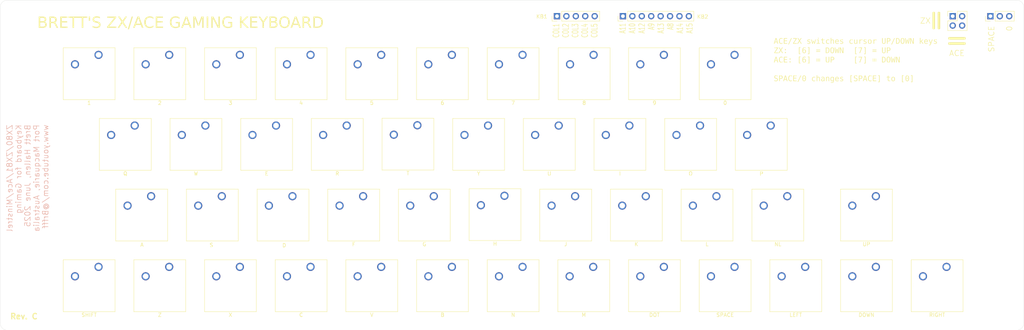
<source format=kicad_pcb>
(kicad_pcb (version 20241229) (generator "pcbnew") (generator_version "9.0")
  (title_block (title "ZX80 Gaming Keyboard") (date "28-Jun-2025") (rev "C") (company "Brett Hallen") (comment 1 "www.youtube.com/@Brfff"))
  (layers (0 "F.Cu" signal) (2 "B.Cu" signal) (13 "F.Paste" user) (15 "B.Paste" user) (5 "F.SilkS" user "F.Silkscreen") (7 "B.SilkS" user "B.Silkscreen") (1 "F.Mask" user) (3 "B.Mask" user) (25 "Edge.Cuts" user))
  (net 0 "")
  (net 1 "COL1")
  (net 2 "COL5")
  (net 3 "COL2")
  (net 4 "COL3")
  (net 5 "COL4")
  (net 6 "A9")
  (net 7 "A15")
  (net 8 "A11")
  (net 9 "A12")
  (net 10 "A13")
  (net 11 "A10")
  (net 12 "A8")
  (net 13 "A14")
  (net 14 "Net-(J3-Pin_2)")
  (net 15 "CUR_UP")
  (net 16 "CUR_DOWN")
  (footprint "Button_Switch_Keyboard:SW_Cherry_MX_1.00u_PCB" (layer "F.Cu") (at 217.2186 172.1856)
    (property "Reference" "SW37" (hide yes))
    (property "Value" "N" (at -2.54 12.954 0) (layer "F.SilkS"))
    (pad "" np_thru_hole circle (at -7.62 5.08) (size 1.7 1.7) (drill 1.7) (layers "*.Cu" "*.Mask"))
    (pad "" np_thru_hole circle (at -2.54 5.08) (size 4 4) (drill 4) (layers "*.Cu" "*.Mask"))
    (pad "" np_thru_hole circle (at 2.54 5.08) (size 1.7 1.7) (drill 1.7) (layers "*.Cu" "*.Mask"))
    (pad "1" thru_hole circle (at 0 0) (size 2.2 2.2) (drill 1.5) (layers "*.Cu" "*.Mask") (net 3 "COL2"))
    (pad "2" thru_hole circle (at -6.35 2.54) (size 2.2 2.2) (drill 1.5) (layers "*.Cu" "*.Mask") (net 7 "A15"))
  )
  (footprint "Button_Switch_Keyboard:SW_Cherry_MX_1.00u_PCB" (layer "F.Cu") (at 246.0186 134.0856)
    (property "Reference" "SW18" (hide yes))
    (property "Value" "I" (at -2.54 12.954 0) (layer "F.SilkS"))
    (pad "" np_thru_hole circle (at -7.62 5.08) (size 1.7 1.7) (drill 1.7) (layers "*.Cu" "*.Mask"))
    (pad "" np_thru_hole circle (at -2.54 5.08) (size 4 4) (drill 4) (layers "*.Cu" "*.Mask"))
    (pad "" np_thru_hole circle (at 2.54 5.08) (size 1.7 1.7) (drill 1.7) (layers "*.Cu" "*.Mask"))
    (pad "1" thru_hole circle (at 0 0) (size 2.2 2.2) (drill 1.5) (layers "*.Cu" "*.Mask") (net 4 "COL3"))
    (pad "2" thru_hole circle (at -6.35 2.54) (size 2.2 2.2) (drill 1.5) (layers "*.Cu" "*.Mask") (net 10 "A13"))
  )
  (footprint "Button_Switch_Keyboard:SW_Cherry_MX_1.00u_PCB" (layer "F.Cu") (at 117.0936 153.1356)
    (property "Reference" "SW21" (hide yes))
    (property "Value" "A" (at -2.468662 13.093656 0) (layer "F.SilkS"))
    (pad "" np_thru_hole circle (at -7.62 5.08) (size 1.7 1.7) (drill 1.7) (layers "*.Cu" "*.Mask"))
    (pad "" np_thru_hole circle (at -2.54 5.08) (size 4 4) (drill 4) (layers "*.Cu" "*.Mask"))
    (pad "" np_thru_hole circle (at 2.54 5.08) (size 1.7 1.7) (drill 1.7) (layers "*.Cu" "*.Mask"))
    (pad "1" thru_hole circle (at 0 0) (size 2.2 2.2) (drill 1.5) (layers "*.Cu" "*.Mask") (net 2 "COL5"))
    (pad "2" thru_hole circle (at -6.35 2.54) (size 2.2 2.2) (drill 1.5) (layers "*.Cu" "*.Mask") (net 6 "A9"))
  )
  (footprint "Button_Switch_Keyboard:SW_Cherry_MX_1.00u_PCB" (layer "F.Cu") (at 236.3738 115.0356)
    (property "Reference" "SW8" (hide yes))
    (property "Value" "8" (at -2.54 12.954 0) (layer "F.SilkS"))
    (pad "" np_thru_hole circle (at -7.62 5.08) (size 1.7 1.7) (drill 1.7) (layers "*.Cu" "*.Mask"))
    (pad "" np_thru_hole circle (at -2.54 5.08) (size 4 4) (drill 4) (layers "*.Cu" "*.Mask"))
    (pad "" np_thru_hole circle (at 2.54 5.08) (size 1.7 1.7) (drill 1.7) (layers "*.Cu" "*.Mask"))
    (pad "1" thru_hole circle (at 0 0) (size 2.2 2.2) (drill 1.5) (layers "*.Cu" "*.Mask") (net 4 "COL3"))
    (pad "2" thru_hole circle (at -6.35 2.54) (size 2.2 2.2) (drill 1.5) (layers "*.Cu" "*.Mask") (net 9 "A12"))
  )
  (footprint "Connector_PinHeader_2.54mm:PinHeader_1x03_P2.54mm_Vertical" (layer "F.Cu") (at 343.3436 104.5956 90)
    (property "Reference" "J3" (hide yes))
    (property "Value" "SPACE_ZERO" (hide yes))
    (pad "1" thru_hole rect (at 0 0 90) (size 1.7 1.7) (drill 1) (layers "*.Cu" "*.Mask") (net 9 "A12"))
    (pad "2" thru_hole oval (at 0 2.54 90) (size 1.7 1.7) (drill 1) (layers "*.Cu" "*.Mask") (net 14 "Net-(J3-Pin_2)"))
    (pad "3" thru_hole oval (at 0 5.08 90) (size 1.7 1.7) (drill 1) (layers "*.Cu" "*.Mask") (net 7 "A15"))
  )
  (footprint "Button_Switch_Keyboard:SW_Cherry_MX_1.00u_PCB" (layer "F.Cu") (at 121.9686 172.1856)
    (property "Reference" "SW32" (hide yes))
    (property "Value" "Z" (at -2.54 12.954 0) (layer "F.SilkS"))
    (pad "" np_thru_hole circle (at -7.62 5.08) (size 1.7 1.7) (drill 1.7) (layers "*.Cu" "*.Mask"))
    (pad "" np_thru_hole circle (at -2.54 5.08) (size 4 4) (drill 4) (layers "*.Cu" "*.Mask"))
    (pad "" np_thru_hole circle (at 2.54 5.08) (size 1.7 1.7) (drill 1.7) (layers "*.Cu" "*.Mask"))
    (pad "1" thru_hole circle (at 0 0) (size 2.2 2.2) (drill 1.5) (layers "*.Cu" "*.Mask") (net 5 "COL4"))
    (pad "2" thru_hole circle (at -6.35 2.54) (size 2.2 2.2) (drill 1.5) (layers "*.Cu" "*.Mask") (net 12 "A8"))
  )
  (footprint "Button_Switch_Keyboard:SW_Cherry_MX_1.00u_PCB" (layer "F.Cu") (at 160.0686 115.0356)
    (property "Reference" "SW4" (hide yes))
    (property "Value" "4" (at -2.54 12.954 0) (layer "F.SilkS"))
    (pad "" np_thru_hole circle (at -7.62 5.08) (size 1.7 1.7) (drill 1.7) (layers "*.Cu" "*.Mask"))
    (pad "" np_thru_hole circle (at -2.54 5.08) (size 4 4) (drill 4) (layers "*.Cu" "*.Mask"))
    (pad "" np_thru_hole circle (at 2.54 5.08) (size 1.7 1.7) (drill 1.7) (layers "*.Cu" "*.Mask"))
    (pad "1" thru_hole circle (at 0 0) (size 2.2 2.2) (drill 1.5) (layers "*.Cu" "*.Mask") (net 3 "COL2"))
    (pad "2" thru_hole circle (at -6.35 2.54) (size 2.2 2.2) (drill 1.5) (layers "*.Cu" "*.Mask") (net 8 "A11"))
  )
  (footprint "Button_Switch_Keyboard:SW_Cherry_MX_1.00u_PCB" (layer "F.Cu") (at 207.9186 134.0856)
    (property "Reference" "SW16" (hide yes))
    (property "Value" "Y" (at -2.54 12.954 0) (layer "F.SilkS"))
    (pad "" np_thru_hole circle (at -7.62 5.08) (size 1.7 1.7) (drill 1.7) (layers "*.Cu" "*.Mask"))
    (pad "" np_thru_hole circle (at -2.54 5.08) (size 4 4) (drill 4) (layers "*.Cu" "*.Mask"))
    (pad "" np_thru_hole circle (at 2.54 5.08) (size 1.7 1.7) (drill 1.7) (layers "*.Cu" "*.Mask"))
    (pad "1" thru_hole circle (at 0 0) (size 2.2 2.2) (drill 1.5) (layers "*.Cu" "*.Mask") (net 1 "COL1"))
    (pad "2" thru_hole circle (at -6.35 2.54) (size 2.2 2.2) (drill 1.5) (layers "*.Cu" "*.Mask") (net 10 "A13"))
  )
  (footprint "Button_Switch_Keyboard:SW_Cherry_MX_1.00u_PCB" (layer "F.Cu") (at 265.0686 134.0856)
    (property "Reference" "SW19" (hide yes))
    (property "Value" "O" (at -2.54 12.954 0) (layer "F.SilkS"))
    (pad "" np_thru_hole circle (at -7.62 5.08) (size 1.7 1.7) (drill 1.7) (layers "*.Cu" "*.Mask"))
    (pad "" np_thru_hole circle (at -2.54 5.08) (size 4 4) (drill 4) (layers "*.Cu" "*.Mask"))
    (pad "" np_thru_hole circle (at 2.54 5.08) (size 1.7 1.7) (drill 1.7) (layers "*.Cu" "*.Mask"))
    (pad "1" thru_hole circle (at 0 0) (size 2.2 2.2) (drill 1.5) (layers "*.Cu" "*.Mask") (net 5 "COL4"))
    (pad "2" thru_hole circle (at -6.35 2.54) (size 2.2 2.2) (drill 1.5) (layers "*.Cu" "*.Mask") (net 10 "A13"))
  )
  (footprint "Button_Switch_Keyboard:SW_Cherry_MX_1.00u_PCB" (layer "F.Cu") (at 141.0186 115.0356)
    (property "Reference" "SW3" (hide yes))
    (property "Value" "3" (at -2.54 12.954 0) (layer "F.SilkS"))
    (pad "" np_thru_hole circle (at -7.62 5.08) (size 1.7 1.7) (drill 1.7) (layers "*.Cu" "*.Mask"))
    (pad "" np_thru_hole circle (at -2.54 5.08) (size 4 4) (drill 4) (layers "*.Cu" "*.Mask"))
    (pad "" np_thru_hole circle (at 2.54 5.08) (size 1.7 1.7) (drill 1.7) (layers "*.Cu" "*.Mask"))
    (pad "1" thru_hole circle (at 0 0) (size 2.2 2.2) (drill 1.5) (layers "*.Cu" "*.Mask") (net 4 "COL3"))
    (pad "2" thru_hole circle (at -6.35 2.54) (size 2.2 2.2) (drill 1.5) (layers "*.Cu" "*.Mask") (net 8 "A11"))
  )
  (footprint "Button_Switch_Keyboard:SW_Cherry_MX_1.00u_PCB" (layer "F.Cu") (at 121.9686 115.0356)
    (property "Reference" "SW2" (hide yes))
    (property "Value" "2" (at -2.54 12.954 0) (layer "F.SilkS"))
    (pad "" np_thru_hole circle (at -7.62 5.08) (size 1.7 1.7) (drill 1.7) (layers "*.Cu" "*.Mask"))
    (pad "" np_thru_hole circle (at -2.54 5.08) (size 4 4) (drill 4) (layers "*.Cu" "*.Mask"))
    (pad "" np_thru_hole circle (at 2.54 5.08) (size 1.7 1.7) (drill 1.7) (layers "*.Cu" "*.Mask"))
    (pad "1" thru_hole circle (at 0 0) (size 2.2 2.2) (drill 1.5) (layers "*.Cu" "*.Mask") (net 5 "COL4"))
    (pad "2" thru_hole circle (at -6.35 2.54) (size 2.2 2.2) (drill 1.5) (layers "*.Cu" "*.Mask") (net 8 "A11"))
  )
  (footprint "Connector_PinHeader_2.54mm:PinHeader_1x08_P2.54mm_Vertical" (layer "F.Cu") (at 244.2836 104.5956 90)
    (property "Reference" "J2" (hide yes))
    (property "Value" "KB2" (at -0.149981 21.479994 0) (layer "F.SilkS"))
    (pad "1" thru_hole rect (at 0 0 90) (size 1.7 1.7) (drill 1) (layers "*.Cu" "*.Mask") (net 8 "A11"))
    (pad "2" thru_hole oval (at 0 2.54 90) (size 1.7 1.7) (drill 1) (layers "*.Cu" "*.Mask") (net 11 "A10"))
    (pad "3" thru_hole oval (at 0 5.08 90) (size 1.7 1.7) (drill 1) (layers "*.Cu" "*.Mask") (net 9 "A12"))
    (pad "4" thru_hole oval (at 0 7.62 90) (size 1.7 1.7) (drill 1) (layers "*.Cu" "*.Mask") (net 6 "A9"))
    (pad "5" thru_hole oval (at 0 10.16 90) (size 1.7 1.7) (drill 1) (layers "*.Cu" "*.Mask") (net 10 "A13"))
    (pad "6" thru_hole oval (at 0 12.7 90) (size 1.7 1.7) (drill 1) (layers "*.Cu" "*.Mask") (net 12 "A8"))
    (pad "7" thru_hole oval (at 0 15.24 90) (size 1.7 1.7) (drill 1) (layers "*.Cu" "*.Mask") (net 13 "A14"))
    (pad "8" thru_hole oval (at 0 17.78 90) (size 1.7 1.7) (drill 1) (layers "*.Cu" "*.Mask") (net 7 "A15"))
  )
  (footprint "Button_Switch_Keyboard:SW_Cherry_MX_1.00u_PCB" (layer "F.Cu") (at 331.5186 172.1856)
    (property "Reference" "SW44" (hide yes))
    (property "Value" "RIGHT" (at -2.54 12.954 0) (layer "F.SilkS"))
    (pad "" np_thru_hole circle (at -7.62 5.08) (size 1.7 1.7) (drill 1.7) (layers "*.Cu" "*.Mask"))
    (pad "" np_thru_hole circle (at -2.54 5.08) (size 4 4) (drill 4) (layers "*.Cu" "*.Mask"))
    (pad "" np_thru_hole circle (at 2.54 5.08) (size 1.7 1.7) (drill 1.7) (layers "*.Cu" "*.Mask"))
    (pad "1" thru_hole circle (at 0 0) (size 2.2 2.2) (drill 1.5) (layers "*.Cu" "*.Mask") (net 4 "COL3"))
    (pad "2" thru_hole circle (at -6.35 2.54) (size 2.2 2.2) (drill 1.5) (layers "*.Cu" "*.Mask") (net 9 "A12"))
  )
  (footprint "Button_Switch_Keyboard:SW_Cherry_MX_1.00u_PCB" (layer "F.Cu") (at 179.1186 172.1856)
    (property "Reference" "SW35" (hide yes))
    (property "Value" "V" (at -2.54 12.954 0) (layer "F.SilkS"))
    (pad "" np_thru_hole circle (at -7.62 5.08) (size 1.7 1.7) (drill 1.7) (layers "*.Cu" "*.Mask"))
    (pad "" np_thru_hole circle (at -2.54 5.08) (size 4 4) (drill 4) (layers "*.Cu" "*.Mask"))
    (pad "" np_thru_hole circle (at 2.54 5.08) (size 1.7 1.7) (drill 1.7) (layers "*.Cu" "*.Mask"))
    (pad "1" thru_hole circle (at 0 0) (size 2.2 2.2) (drill 1.5) (layers "*.Cu" "*.Mask") (net 1 "COL1"))
    (pad "2" thru_hole circle (at -6.35 2.54) (size 2.2 2.2) (drill 1.5) (layers "*.Cu" "*.Mask") (net 12 "A8"))
  )
  (footprint "Button_Switch_Keyboard:SW_Cherry_MX_1.00u_PCB" (layer "F.Cu") (at 312.4686 172.1856)
    (property "Reference" "SW42" (hide yes))
    (property "Value" "DOWN" (at -2.54 12.954 0) (layer "F.SilkS"))
    (pad "" np_thru_hole circle (at -7.62 5.08) (size 1.7 1.7) (drill 1.7) (layers "*.Cu" "*.Mask"))
    (pad "" np_thru_hole circle (at -2.54 5.08) (size 4 4) (drill 4) (layers "*.Cu" "*.Mask"))
    (pad "" np_thru_hole circle (at 2.54 5.08) (size 1.7 1.7) (drill 1.7) (layers "*.Cu" "*.Mask"))
    (pad "1" thru_hole circle (at 0 0) (size 2.2 2.2) (drill 1.5) (layers "*.Cu" "*.Mask") (net 16 "CUR_DOWN"))
    (pad "2" thru_hole circle (at -6.35 2.54) (size 2.2 2.2) (drill 1.5) (layers "*.Cu" "*.Mask") (net 9 "A12"))
  )
  (footprint "Button_Switch_Keyboard:SW_Cherry_MX_1.00u_PCB" (layer "F.Cu") (at 288.5872 153.1356)
    (property "Reference" "SW30" (hide yes))
    (property "Value" "NL" (at -2.54 12.954 0) (layer "F.SilkS"))
    (pad "" np_thru_hole circle (at -7.62 5.08) (size 1.7 1.7) (drill 1.7) (layers "*.Cu" "*.Mask"))
    (pad "" np_thru_hole circle (at -2.54 5.08) (size 4 4) (drill 4) (layers "*.Cu" "*.Mask"))
    (pad "" np_thru_hole circle (at 2.54 5.08) (size 1.7 1.7) (drill 1.7) (layers "*.Cu" "*.Mask"))
    (pad "1" thru_hole circle (at 0 0) (size 2.2 2.2) (drill 1.5) (layers "*.Cu" "*.Mask") (net 2 "COL5"))
    (pad "2" thru_hole circle (at -6.35 2.54) (size 2.2 2.2) (drill 1.5) (layers "*.Cu" "*.Mask") (net 13 "A14"))
  )
  (footprint "Button_Switch_Keyboard:SW_Cherry_MX_1.00u_PCB" (layer "F.Cu") (at 274.3686 115.0356)
    (property "Reference" "SW10" (hide yes))
    (property "Value" "0" (at -2.54 12.954 0) (layer "F.SilkS"))
    (pad "" np_thru_hole circle (at -7.62 5.08) (size 1.7 1.7) (drill 1.7) (layers "*.Cu" "*.Mask"))
    (pad "" np_thru_hole circle (at -2.54 5.08) (size 4 4) (drill 4) (layers "*.Cu" "*.Mask"))
    (pad "" np_thru_hole circle (at 2.54 5.08) (size 1.7 1.7) (drill 1.7) (layers "*.Cu" "*.Mask"))
    (pad "1" thru_hole circle (at 0 0) (size 2.2 2.2) (drill 1.5) (layers "*.Cu" "*.Mask") (net 2 "COL5"))
    (pad "2" thru_hole circle (at -6.35 2.54) (size 2.2 2.2) (drill 1.5) (layers "*.Cu" "*.Mask") (net 9 "A12"))
  )
  (footprint "Button_Switch_Keyboard:SW_Cherry_MX_1.00u_PCB" (layer "F.Cu") (at 312.4686 153.1356)
    (property "Reference" "SW43" (hide yes))
    (property "Value" "UP" (at -2.54 12.954 0) (layer "F.SilkS"))
    (pad "" np_thru_hole circle (at -7.62 5.08) (size 1.7 1.7) (drill 1.7) (layers "*.Cu" "*.Mask"))
    (pad "" np_thru_hole circle (at -2.54 5.08) (size 4 4) (drill 4) (layers "*.Cu" "*.Mask"))
    (pad "" np_thru_hole circle (at 2.54 5.08) (size 1.7 1.7) (drill 1.7) (layers "*.Cu" "*.Mask"))
    (pad "1" thru_hole circle (at 0 0) (size 2.2 2.2) (drill 1.5) (layers "*.Cu" "*.Mask") (net 15 "CUR_UP"))
    (pad "2" thru_hole circle (at -6.35 2.54) (size 2.2 2.2) (drill 1.5) (layers "*.Cu" "*.Mask") (net 9 "A12"))
  )
  (footprint "Button_Switch_Keyboard:SW_Cherry_MX_1.00u_PCB" (layer "F.Cu") (at 198.1814 172.1856)
    (property "Reference" "SW36" (hide yes))
    (property "Value" "B" (at -2.54 12.954 0) (layer "F.SilkS"))
    (pad "" np_thru_hole circle (at -7.62 5.08) (size 1.7 1.7) (drill 1.7) (layers "*.Cu" "*.Mask"))
    (pad "" np_thru_hole circle (at -2.54 5.08) (size 4 4) (drill 4) (layers "*.Cu" "*.Mask"))
    (pad "" np_thru_hole circle (at 2.54 5.08) (size 1.7 1.7) (drill 1.7) (layers "*.Cu" "*.Mask"))
    (pad "1" thru_hole circle (at 0 0) (size 2.2 2.2) (drill 1.5) (layers "*.Cu" "*.Mask") (net 1 "COL1"))
    (pad "2" thru_hole circle (at -6.35 2.54) (size 2.2 2.2) (drill 1.5) (layers "*.Cu" "*.Mask") (net 7 "A15"))
  )
  (footprint "Button_Switch_Keyboard:SW_Cherry_MX_1.00u_PCB" (layer "F.Cu") (at 255.3186 172.1856)
    (property "Reference" "SW39" (hide yes))
    (property "Value" "DOT" (at -2.54 12.954 0) (layer "F.SilkS"))
    (pad "" np_thru_hole circle (at -7.62 5.08) (size 1.7 1.7) (drill 1.7) (layers "*.Cu" "*.Mask"))
    (pad "" np_thru_hole circle (at -2.54 5.08) (size 4 4) (drill 4) (layers "*.Cu" "*.Mask"))
    (pad "" np_thru_hole circle (at 2.54 5.08) (size 1.7 1.7) (drill 1.7) (layers "*.Cu" "*.Mask"))
    (pad "1" thru_hole circle (at 0 0) (size 2.2 2.2) (drill 1.5) (layers "*.Cu" "*.Mask") (net 5 "COL4"))
    (pad "2" thru_hole circle (at -6.35 2.54) (size 2.2 2.2) (drill 1.5) (layers "*.Cu" "*.Mask") (net 7 "A15"))
  )
  (footprint "MountingHole:MountingHole_3.2mm_M3" (layer "F.Cu") (at 82.3786 119.2656)
    (property "Reference" "H3" (hide yes))
    (property "Value" "MountingHole" (hide yes))
    (pad "" np_thru_hole circle (at 0 0) (size 3.2 3.2) (drill 3.2) (layers "*.Cu" "*.Mask"))
  )
  (footprint "Button_Switch_Keyboard:SW_Cherry_MX_1.00u_PCB" (layer "F.Cu") (at 155.1936 153.1356)
    (property "Reference" "SW23" (hide yes))
    (property "Value" "D" (at -2.225 13.24 0) (layer "F.SilkS"))
    (pad "" np_thru_hole circle (at -7.62 5.08) (size 1.7 1.7) (drill 1.7) (layers "*.Cu" "*.Mask"))
    (pad "" np_thru_hole circle (at -2.54 5.08) (size 4 4) (drill 4) (layers "*.Cu" "*.Mask"))
    (pad "" np_thru_hole circle (at 2.54 5.08) (size 1.7 1.7) (drill 1.7) (layers "*.Cu" "*.Mask"))
    (pad "1" thru_hole circle (at 0 0) (size 2.2 2.2) (drill 1.5) (layers "*.Cu" "*.Mask") (net 4 "COL3"))
    (pad "2" thru_hole circle (at -6.35 2.54) (size 2.2 2.2) (drill 1.5) (layers "*.Cu" "*.Mask") (net 6 "A9"))
  )
  (footprint "Button_Switch_Keyboard:SW_Cherry_MX_1.00u_PCB" (layer "F.Cu") (at 198.1686 115.0356)
    (property "Reference" "SW6" (hide yes))
    (property "Value" "6" (at -2.54 12.954 0) (layer "F.SilkS"))
    (pad "" np_thru_hole circle (at -7.62 5.08) (size 1.7 1.7) (drill 1.7) (layers "*.Cu" "*.Mask"))
    (pad "" np_thru_hole circle (at -2.54 5.08) (size 4 4) (drill 4) (layers "*.Cu" "*.Mask"))
    (pad "" np_thru_hole circle (at 2.54 5.08) (size 1.7 1.7) (drill 1.7) (layers "*.Cu" "*.Mask"))
    (pad "1" thru_hole circle (at 0 0) (size 2.2 2.2) (drill 1.5) (layers "*.Cu" "*.Mask") (net 1 "COL1"))
    (pad "2" thru_hole circle (at -6.35 2.54) (size 2.2 2.2) (drill 1.5) (layers "*.Cu" "*.Mask") (net 9 "A12"))
  )
  (footprint "MountingHole:MountingHole_3.2mm_M3" (layer "F.Cu") (at 346.7786 119.2656)
    (property "Reference" "H4" (hide yes))
    (property "Value" "MountingHole" (hide yes))
    (pad "" np_thru_hole circle (at 0 0) (size 3.2 3.2) (drill 3.2) (layers "*.Cu" "*.Mask"))
  )
  (footprint "Button_Switch_Keyboard:SW_Cherry_MX_1.00u_PCB" (layer "F.Cu") (at 112.6686 134.0856)
    (property "Reference" "SW11" (hide yes))
    (property "Value" "Q" (at -2.54 12.954 0) (layer "F.SilkS"))
    (pad "" np_thru_hole circle (at -7.62 5.08) (size 1.7 1.7) (drill 1.7) (layers "*.Cu" "*.Mask"))
    (pad "" np_thru_hole circle (at -2.54 5.08) (size 4 4) (drill 4) (layers "*.Cu" "*.Mask"))
    (pad "" np_thru_hole circle (at 2.54 5.08) (size 1.7 1.7) (drill 1.7) (layers "*.Cu" "*.Mask"))
    (pad "1" thru_hole circle (at 0 0) (size 2.2 2.2) (drill 1.5) (layers "*.Cu" "*.Mask") (net 2 "COL5"))
    (pad "2" thru_hole circle (at -6.35 2.54) (size 2.2 2.2) (drill 1.5) (layers "*.Cu" "*.Mask") (net 11 "A10"))
  )
  (footprint "Button_Switch_Keyboard:SW_Cherry_MX_1.00u_PCB" (layer "F.Cu") (at 255.3186 115.0356)
    (property "Reference" "SW9" (hide yes))
    (property "Value" "9" (at -2.54 12.954 0) (layer "F.SilkS"))
    (pad "" np_thru_hole circle (at -7.62 5.08) (size 1.7 1.7) (drill 1.7) (layers "*.Cu" "*.Mask"))
    (pad "" np_thru_hole circle (at -2.54 5.08) (size 4 4) (drill 4) (layers "*.Cu" "*.Mask"))
    (pad "" np_thru_hole circle (at 2.54 5.08) (size 1.7 1.7) (drill 1.7) (layers "*.Cu" "*.Mask"))
    (pad "1" thru_hole circle (at 0 0) (size 2.2 2.2) (drill 1.5) (layers "*.Cu" "*.Mask") (net 5 "COL4"))
    (pad "2" thru_hole circle (at -6.35 2.54) (size 2.2 2.2) (drill 1.5) (layers "*.Cu" "*.Mask") (net 9 "A12"))
  )
  (footprint "Button_Switch_Keyboard:SW_Cherry_MX_1.00u_PCB" (layer "F.Cu") (at 160.0686 172.1856)
    (property "Reference" "SW34" (hide yes))
    (property "Value" "C" (at -2.54 12.954 0) (layer "F.SilkS"))
    (pad "" np_thru_hole circle (at -7.62 5.08) (size 1.7 1.7) (drill 1.7) (layers "*.Cu" "*.Mask"))
    (pad "" np_thru_hole circle (at -2.54 5.08) (size 4 4) (drill 4) (layers "*.Cu" "*.Mask"))
    (pad "" np_thru_hole circle (at 2.54 5.08) (size 1.7 1.7) (drill 1.7) (layers "*.Cu" "*.Mask"))
    (pad "1" thru_hole circle (at 0 0) (size 2.2 2.2) (drill 1.5) (layers "*.Cu" "*.Mask") (net 3 "COL2"))
    (pad "2" thru_hole circle (at -6.35 2.54) (size 2.2 2.2) (drill 1.5) (layers "*.Cu" "*.Mask") (net 12 "A8"))
  )
  (footprint "Button_Switch_Keyboard:SW_Cherry_MX_1.00u_PCB" (layer "F.Cu") (at 131.7186 134.0856)
    (property "Reference" "SW12" (hide yes))
    (property "Value" "W" (at -2.54 12.954 0) (layer "F.SilkS"))
    (pad "" np_thru_hole circle (at -7.62 5.08) (size 1.7 1.7) (drill 1.7) (layers "*.Cu" "*.Mask"))
    (pad "" np_thru_hole circle (at -2.54 5.08) (size 4 4) (drill 4) (layers "*.Cu" "*.Mask"))
    (pad "" np_thru_hole circle (at 2.54 5.08) (size 1.7 1.7) (drill 1.7) (layers "*.Cu" "*.Mask"))
    (pad "1" thru_hole circle (at 0 0) (size 2.2 2.2) (drill 1.5) (layers "*.Cu" "*.Mask") (net 5 "COL4"))
    (pad "2" thru_hole circle (at -6.35 2.54) (size 2.2 2.2) (drill 1.5) (layers "*.Cu" "*.Mask") (net 11 "A10"))
  )
  (footprint "Connector_PinHeader_2.54mm:PinHeader_1x05_P2.54mm_Vertical" (layer "F.Cu") (at 226.5036 104.5956 90)
    (property "Reference" "J1" (hide yes))
    (property "Value" "KB1" (at -0.109981 -4.1 0) (layer "F.SilkS"))
    (pad "1" thru_hole rect (at 0 0 90) (size 1.7 1.7) (drill 1) (layers "*.Cu" "*.Mask") (net 1 "COL1"))
    (pad "2" thru_hole oval (at 0 2.54 90) (size 1.7 1.7) (drill 1) (layers "*.Cu" "*.Mask") (net 3 "COL2"))
    (pad "3" thru_hole oval (at 0 5.08 90) (size 1.7 1.7) (drill 1) (layers "*.Cu" "*.Mask") (net 4 "COL3"))
    (pad "4" thru_hole oval (at 0 7.62 90) (size 1.7 1.7) (drill 1) (layers "*.Cu" "*.Mask") (net 5 "COL4"))
    (pad "5" thru_hole oval (at 0 10.16 90) (size 1.7 1.7) (drill 1) (layers "*.Cu" "*.Mask") (net 2 "COL5"))
  )
  (footprint "Button_Switch_Keyboard:SW_Cherry_MX_1.00u_PCB" (layer "F.Cu") (at 217.2186 115.0356)
    (property "Reference" "SW7" (hide yes))
    (property "Value" "7" (at -2.54 12.954 0) (layer "F.SilkS"))
    (pad "" np_thru_hole circle (at -7.62 5.08) (size 1.7 1.7) (drill 1.7) (layers "*.Cu" "*.Mask"))
    (pad "" np_thru_hole circle (at -2.54 5.08) (size 4 4) (drill 4) (layers "*.Cu" "*.Mask"))
    (pad "" np_thru_hole circle (at 2.54 5.08) (size 1.7 1.7) (drill 1.7) (layers "*.Cu" "*.Mask"))
    (pad "1" thru_hole circle (at 0 0) (size 2.2 2.2) (drill 1.5) (layers "*.Cu" "*.Mask") (net 3 "COL2"))
    (pad "2" thru_hole circle (at -6.35 2.54) (size 2.2 2.2) (drill 1.5) (layers "*.Cu" "*.Mask") (net 9 "A12"))
  )
  (footprint "Connector_PinHeader_2.54mm:PinHeader_2x02_P2.54mm_Vertical" (layer "F.Cu") (at 333.1836 104.5956)
    (property "Reference" "J4" (hide yes))
    (property "Value" "ZX_ACE" (hide yes))
    (pad "1" thru_hole rect (at 0 0) (size 1.7 1.7) (drill 1) (layers "*.Cu" "*.Mask") (net 1 "COL1"))
    (pad "2" thru_hole oval (at 2.54 0) (size 1.7 1.7) (drill 1) (layers "*.Cu" "*.Mask") (net 15 "CUR_UP"))
    (pad "3" thru_hole oval (at 0 2.54) (size 1.7 1.7) (drill 1) (layers "*.Cu" "*.Mask") (net 16 "CUR_DOWN"))
    (pad "4" thru_hole oval (at 2.54 2.54) (size 1.7 1.7) (drill 1) (layers "*.Cu" "*.Mask") (net 3 "COL2"))
  )
  (footprint "Button_Switch_Keyboard:SW_Cherry_MX_1.00u_PCB" (layer "F.Cu") (at 136.1436 153.1356)
    (property "Reference" "SW22" (hide yes))
    (property "Value" "S" (at -2.805 13.17 0) (layer "F.SilkS"))
    (pad "" np_thru_hole circle (at -7.62 5.08) (size 1.7 1.7) (drill 1.7) (layers "*.Cu" "*.Mask"))
    (pad "" np_thru_hole circle (at -2.54 5.08) (size 4 4) (drill 4) (layers "*.Cu" "*.Mask"))
    (pad "" np_thru_hole circle (at 2.54 5.08) (size 1.7 1.7) (drill 1.7) (layers "*.Cu" "*.Mask"))
    (pad "1" thru_hole circle (at 0 0) (size 2.2 2.2) (drill 1.5) (layers "*.Cu" "*.Mask") (net 5 "COL4"))
    (pad "2" thru_hole circle (at -6.35 2.54) (size 2.2 2.2) (drill 1.5) (layers "*.Cu" "*.Mask") (net 6 "A9"))
  )
  (footprint "Button_Switch_Keyboard:SW_Cherry_MX_1.00u_PCB" (layer "F.Cu") (at 102.9186 172.1856)
    (property "Reference" "SW31" (hide yes))
    (property "Value" "SHIFT" (at -2.54 12.954 0) (layer "F.SilkS"))
    (pad "" np_thru_hole circle (at -7.62 5.08) (size 1.7 1.7) (drill 1.7) (layers "*.Cu" "*.Mask"))
    (pad "" np_thru_hole circle (at -2.54 5.08) (size 4 4) (drill 4) (layers "*.Cu" "*.Mask"))
    (pad "" np_thru_hole circle (at 2.54 5.08) (size 1.7 1.7) (drill 1.7) (layers "*.Cu" "*.Mask"))
    (pad "1" thru_hole circle (at 0 0) (size 2.2 2.2) (drill 1.5) (layers "*.Cu" "*.Mask") (net 2 "COL5"))
    (pad "2" thru_hole circle (at -6.35 2.54) (size 2.2 2.2) (drill 1.5) (layers "*.Cu" "*.Mask") (net 12 "A8"))
  )
  (footprint "Button_Switch_Keyboard:SW_Cherry_MX_1.00u_PCB" (layer "F.Cu") (at 169.8186 134.0856)
    (property "Reference" "SW14" (hide yes))
    (property "Value" "R" (at -2.54 12.954 0) (layer "F.SilkS"))
    (pad "" np_thru_hole circle (at -7.62 5.08) (size 1.7 1.7) (drill 1.7) (layers "*.Cu" "*.Mask"))
    (pad "" np_thru_hole circle (at -2.54 5.08) (size 4 4) (drill 4) (layers "*.Cu" "*.Mask"))
    (pad "" np_thru_hole circle (at 2.54 5.08) (size 1.7 1.7) (drill 1.7) (layers "*.Cu" "*.Mask"))
    (pad "1" thru_hole circle (at 0 0) (size 2.2 2.2) (drill 1.5) (layers "*.Cu" "*.Mask") (net 3 "COL2"))
    (pad "2" thru_hole circle (at -6.35 2.54) (size 2.2 2.2) (drill 1.5) (layers "*.Cu" "*.Mask") (net 11 "A10"))
  )
  (footprint "Button_Switch_Keyboard:SW_Cherry_MX_1.00u_PCB" (layer "F.Cu") (at 231.3936 153.1356)
    (property "Reference" "SW27" (hide yes))
    (property "Value" "J" (at -2.54 12.954 0) (layer "F.SilkS"))
    (pad "" np_thru_hole circle (at -7.62 5.08) (size 1.7 1.7) (drill 1.7) (layers "*.Cu" "*.Mask"))
    (pad "" np_thru_hole circle (at -2.54 5.08) (size 4 4) (drill 4) (layers "*.Cu" "*.Mask"))
    (pad "" np_thru_hole circle (at 2.54 5.08) (size 1.7 1.7) (drill 1.7) (layers "*.Cu" "*.Mask"))
    (pad "1" thru_hole circle (at 0 0) (size 2.2 2.2) (drill 1.5) (layers "*.Cu" "*.Mask") (net 3 "COL2"))
    (pad "2" thru_hole circle (at -6.35 2.54) (size 2.2 2.2) (drill 1.5) (layers "*.Cu" "*.Mask") (net 13 "A14"))
  )
  (footprint "MountingHole:MountingHole_3.2mm_M3" (layer "F.Cu") (at 346.9786 177.2656)
    (property "Reference" "H2" (hide yes))
    (property "Value" "MountingHole" (hide yes))
    (pad "" np_thru_hole circle (at 0 0) (size 3.2 3.2) (drill 3.2) (layers "*.Cu" "*.Mask"))
  )
  (footprint "Button_Switch_Keyboard:SW_Cherry_MX_1.00u_PCB" (layer "F.Cu") (at 102.9186 115.0356)
    (property "Reference" "SW1" (hide yes))
    (property "Value" "1" (at -2.54 12.954 0) (layer "F.SilkS"))
    (pad "" np_thru_hole circle (at -7.62 5.08) (size 1.7 1.7) (drill 1.7) (layers "*.Cu" "*.Mask"))
    (pad "" np_thru_hole circle (at -2.54 5.08) (size 4 4) (drill 4) (layers "*.Cu" "*.Mask"))
    (pad "" np_thru_hole circle (at 2.54 5.08) (size 1.7 1.7) (drill 1.7) (layers "*.Cu" "*.Mask"))
    (pad "1" thru_hole circle (at 0 0) (size 2.2 2.2) (drill 1.5) (layers "*.Cu" "*.Mask") (net 2 "COL5"))
    (pad "2" thru_hole circle (at -6.35 2.54) (size 2.2 2.2) (drill 1.5) (layers "*.Cu" "*.Mask") (net 8 "A11"))
  )
  (footprint "Button_Switch_Keyboard:SW_Cherry_MX_1.00u_PCB" (layer "F.Cu") (at 250.4436 153.1356)
    (property "Reference" "SW28" (hide yes))
    (property "Value" "K" (at -2.54 12.954 0) (layer "F.SilkS"))
    (pad "" np_thru_hole circle (at -7.62 5.08) (size 1.7 1.7) (drill 1.7) (layers "*.Cu" "*.Mask"))
    (pad "" np_thru_hole circle (at -2.54 5.08) (size 4 4) (drill 4) (layers "*.Cu" "*.Mask"))
    (pad "" np_thru_hole circle (at 2.54 5.08) (size 1.7 1.7) (drill 1.7) (layers "*.Cu" "*.Mask"))
    (pad "1" thru_hole circle (at 0 0) (size 2.2 2.2) (drill 1.5) (layers "*.Cu" "*.Mask") (net 4 "COL3"))
    (pad "2" thru_hole circle (at -6.35 2.54) (size 2.2 2.2) (drill 1.5) (layers "*.Cu" "*.Mask") (net 13 "A14"))
  )
  (footprint "Button_Switch_Keyboard:SW_Cherry_MX_1.00u_PCB" (layer "F.Cu") (at 174.2436 153.1356)
    (property "Reference" "SW24" (hide yes))
    (property "Value" "F" (at -2.54 12.954 0) (layer "F.SilkS"))
    (pad "" np_thru_hole circle (at -7.62 5.08) (size 1.7 1.7) (drill 1.7) (layers "*.Cu" "*.Mask"))
    (pad "" np_thru_hole circle (at -2.54 5.08) (size 4 4) (drill 4) (layers "*.Cu" "*.Mask"))
    (pad "" np_thru_hole circle (at 2.54 5.08) (size 1.7 1.7) (drill 1.7) (layers "*.Cu" "*.Mask"))
    (pad "1" thru_hole circle (at 0 0) (size 2.2 2.2) (drill 1.5) (layers "*.Cu" "*.Mask") (net 3 "COL2"))
    (pad "2" thru_hole circle (at -6.35 2.54) (size 2.2 2.2) (drill 1.5) (layers "*.Cu" "*.Mask") (net 6 "A9"))
  )
  (footprint "MountingHole:MountingHole_3.2mm_M3" (layer "F.Cu") (at 82.3786 177.2656)
    (property "Reference" "H1" (hide yes))
    (property "Value" "MountingHole" (hide yes))
    (pad "" np_thru_hole circle (at 0 0) (size 3.2 3.2) (drill 3.2) (layers "*.Cu" "*.Mask"))
  )
  (footprint "Button_Switch_Keyboard:SW_Cherry_MX_1.00u_PCB" (layer "F.Cu") (at 150.7686 134.0856)
    (property "Reference" "SW13" (hide yes))
    (property "Value" "E" (at -2.54 12.954 0) (layer "F.SilkS"))
    (pad "" np_thru_hole circle (at -7.62 5.08) (size 1.7 1.7) (drill 1.7) (layers "*.Cu" "*.Mask"))
    (pad "" np_thru_hole circle (at -2.54 5.08) (size 4 4) (drill 4) (layers "*.Cu" "*.Mask"))
    (pad "" np_thru_hole circle (at 2.54 5.08) (size 1.7 1.7) (drill 1.7) (layers "*.Cu" "*.Mask"))
    (pad "1" thru_hole circle (at 0 0) (size 2.2 2.2) (drill 1.5) (layers "*.Cu" "*.Mask") (net 4 "COL3"))
    (pad "2" thru_hole circle (at -6.35 2.54) (size 2.2 2.2) (drill 1.5) (layers "*.Cu" "*.Mask") (net 11 "A10"))
  )
  (footprint "Button_Switch_Keyboard:SW_Cherry_MX_1.00u_PCB" (layer "F.Cu") (at 284.1186 134.0856)
    (property "Reference" "SW20" (hide yes))
    (property "Value" "P" (at -2.492551 13.004146 0) (layer "F.SilkS"))
    (pad "" np_thru_hole circle (at -7.62 5.08) (size 1.7 1.7) (drill 1.7) (layers "*.Cu" "*.Mask"))
    (pad "" np_thru_hole circle (at -2.54 5.08) (size 4 4) (drill 4) (layers "*.Cu" "*.Mask"))
    (pad "" np_thru_hole circle (at 2.54 5.08) (size 1.7 1.7) (drill 1.7) (layers "*.Cu" "*.Mask"))
    (pad "1" thru_hole circle (at 0 0) (size 2.2 2.2) (drill 1.5) (layers "*.Cu" "*.Mask") (net 2 "COL5"))
    (pad "2" thru_hole circle (at -6.35 2.54) (size 2.2 2.2) (drill 1.5) (layers "*.Cu" "*.Mask") (net 10 "A13"))
  )
  (footprint "Button_Switch_Keyboard:SW_Cherry_MX_1.00u_PCB" (layer "F.Cu") (at 293.4186 172.1856)
    (property "Reference" "SW41" (hide yes))
    (property "Value" "LEFT" (at -2.54 12.954 0) (layer "F.SilkS"))
    (pad "" np_thru_hole circle (at -7.62 5.08) (size 1.7 1.7) (drill 1.7) (layers "*.Cu" "*.Mask"))
    (pad "" np_thru_hole circle (at -2.54 5.08) (size 4 4) (drill 4) (layers "*.Cu" "*.Mask"))
    (pad "" np_thru_hole circle (at 2.54 5.08) (size 1.7 1.7) (drill 1.7) (layers "*.Cu" "*.Mask"))
    (pad "1" thru_hole circle (at 0 0) (size 2.2 2.2) (drill 1.5) (layers "*.Cu" "*.Mask") (net 1 "COL1"))
    (pad "2" thru_hole circle (at -6.35 2.54) (size 2.2 2.2) (drill 1.5) (layers "*.Cu" "*.Mask") (net 8 "A11"))
  )
  (footprint "Button_Switch_Keyboard:SW_Cherry_MX_1.00u_PCB" (layer "F.Cu") (at 274.3686 172.1856)
    (property "Reference" "SW40" (hide yes))
    (property "Value" "SPACE" (at -2.54 12.954 0) (layer "F.SilkS"))
    (pad "" np_thru_hole circle (at -7.62 5.08) (size 1.7 1.7) (drill 1.7) (layers "*.Cu" "*.Mask"))
    (pad "" np_thru_hole circle (at -2.54 5.08) (size 4 4) (drill 4) (layers "*.Cu" "*.Mask"))
    (pad "" np_thru_hole circle (at 2.54 5.08) (size 1.7 1.7) (drill 1.7) (layers "*.Cu" "*.Mask"))
    (pad "1" thru_hole circle (at 0 0) (size 2.2 2.2) (drill 1.5) (layers "*.Cu" "*.Mask") (net 2 "COL5"))
    (pad "2" thru_hole circle (at -6.35 2.54) (size 2.2 2.2) (drill 1.5) (layers "*.Cu" "*.Mask") (net 14 "Net-(J3-Pin_2)"))
  )
  (footprint "Button_Switch_Keyboard:SW_Cherry_MX_1.00u_PCB" (layer "F.Cu") (at 141.0186 172.1856)
    (property "Reference" "SW33" (hide yes))
    (property "Value" "X" (at -2.54 12.954 0) (layer "F.SilkS"))
    (pad "" np_thru_hole circle (at -7.62 5.08) (size 1.7 1.7) (drill 1.7) (layers "*.Cu" "*.Mask"))
    (pad "" np_thru_hole circle (at -2.54 5.08) (size 4 4) (drill 4) (layers "*.Cu" "*.Mask"))
    (pad "" np_thru_hole circle (at 2.54 5.08) (size 1.7 1.7) (drill 1.7) (layers "*.Cu" "*.Mask"))
    (pad "1" thru_hole circle (at 0 0) (size 2.2 2.2) (drill 1.5) (layers "*.Cu" "*.Mask") (net 4 "COL3"))
    (pad "2" thru_hole circle (at -6.35 2.54) (size 2.2 2.2) (drill 1.5) (layers "*.Cu" "*.Mask") (net 12 "A8"))
  )
  (footprint "Button_Switch_Keyboard:SW_Cherry_MX_1.00u_PCB" (layer "F.Cu") (at 226.9686 134.0856)
    (property "Reference" "SW17" (hide yes))
    (property "Value" "U" (at -2.54 12.954 0) (layer "F.SilkS"))
    (pad "" np_thru_hole circle (at -7.62 5.08) (size 1.7 1.7) (drill 1.7) (layers "*.Cu" "*.Mask"))
    (pad "" np_thru_hole circle (at -2.54 5.08) (size 4 4) (drill 4) (layers "*.Cu" "*.Mask"))
    (pad "" np_thru_hole circle (at 2.54 5.08) (size 1.7 1.7) (drill 1.7) (layers "*.Cu" "*.Mask"))
    (pad "1" thru_hole circle (at 0 0) (size 2.2 2.2) (drill 1.5) (layers "*.Cu" "*.Mask") (net 3 "COL2"))
    (pad "2" thru_hole circle (at -6.35 2.54) (size 2.2 2.2) (drill 1.5) (layers "*.Cu" "*.Mask") (net 10 "A13"))
  )
  (footprint "Button_Switch_Keyboard:SW_Cherry_MX_1.00u_PCB" (layer "F.Cu") (at 193.2936 153.1356)
    (property "Reference" "SW25" (hide yes))
    (property "Value" "G" (at -2.54 12.954 0) (layer "F.SilkS"))
    (pad "" np_thru_hole circle (at -7.62 5.08) (size 1.7 1.7) (drill 1.7) (layers "*.Cu" "*.Mask"))
    (pad "" np_thru_hole circle (at -2.54 5.08) (size 4 4) (drill 4) (layers "*.Cu" "*.Mask"))
    (pad "" np_thru_hole circle (at 2.54 5.08) (size 1.7 1.7) (drill 1.7) (layers "*.Cu" "*.Mask"))
    (pad "1" thru_hole circle (at 0 0) (size 2.2 2.2) (drill 1.5) (layers "*.Cu" "*.Mask") (net 1 "COL1"))
    (pad "2" thru_hole circle (at -6.35 2.54) (size 2.2 2.2) (drill 1.5) (layers "*.Cu" "*.Mask") (net 6 "A9"))
  )
  (footprint "Button_Switch_Keyboard:SW_Cherry_MX_1.00u_PCB" (layer "F.Cu") (at 212.3436 153.019)
    (property "Reference" "SW26" (hide yes))
    (property "Value" "H" (at -2.54 12.954 0) (layer "F.SilkS"))
    (pad "" np_thru_hole circle (at -7.62 5.08) (size 1.7 1.7) (drill 1.7) (layers "*.Cu" "*.Mask"))
    (pad "" np_thru_hole circle (at -2.54 5.08) (size 4 4) (drill 4) (layers "*.Cu" "*.Mask"))
    (pad "" np_thru_hole circle (at 2.54 5.08) (size 1.7 1.7) (drill 1.7) (layers "*.Cu" "*.Mask"))
    (pad "1" thru_hole circle (at 0 0) (size 2.2 2.2) (drill 1.5) (layers "*.Cu" "*.Mask") (net 1 "COL1"))
    (pad "2" thru_hole circle (at -6.35 2.54) (size 2.2 2.2) (drill 1.5) (layers "*.Cu" "*.Mask") (net 13 "A14"))
  )
  (footprint "Button_Switch_Keyboard:SW_Cherry_MX_1.00u_PCB" (layer "F.Cu") (at 269.4936 153.1356)
    (property "Reference" "SW29" (hide yes))
    (property "Value" "L" (at -2.54 12.954 0) (layer "F.SilkS"))
    (pad "" np_thru_hole circle (at -7.62 5.08) (size 1.7 1.7) (drill 1.7) (layers "*.Cu" "*.Mask"))
    (pad "" np_thru_hole circle (at -2.54 5.08) (size 4 4) (drill 4) (layers "*.Cu" "*.Mask"))
    (pad "" np_thru_hole circle (at 2.54 5.08) (size 1.7 1.7) (drill 1.7) (layers "*.Cu" "*.Mask"))
    (pad "1" thru_hole circle (at 0 0) (size 2.2 2.2) (drill 1.5) (layers "*.Cu" "*.Mask") (net 5 "COL4"))
    (pad "2" thru_hole circle (at -6.35 2.54) (size 2.2 2.2) (drill 1.5) (layers "*.Cu" "*.Mask") (net 13 "A14"))
  )
  (footprint "Button_Switch_Keyboard:SW_Cherry_MX_1.00u_PCB" (layer "F.Cu") (at 188.8686 134.0113)
    (property "Reference" "SW15" (hide yes))
    (property "Value" "T" (at -2.54 12.954 0) (layer "F.SilkS"))
    (pad "" np_thru_hole circle (at -7.62 5.08) (size 1.7 1.7) (drill 1.7) (layers "*.Cu" "*.Mask"))
    (pad "" np_thru_hole circle (at -2.54 5.08) (size 4 4) (drill 4) (layers "*.Cu" "*.Mask"))
    (pad "" np_thru_hole circle (at 2.54 5.08) (size 1.7 1.7) (drill 1.7) (layers "*.Cu" "*.Mask"))
    (pad "1" thru_hole circle (at 0 0) (size 2.2 2.2) (drill 1.5) (layers "*.Cu" "*.Mask") (net 1 "COL1"))
    (pad "2" thru_hole circle (at -6.35 2.54) (size 2.2 2.2) (drill 1.5) (layers "*.Cu" "*.Mask") (net 11 "A10"))
  )
  (footprint "Button_Switch_Keyboard:SW_Cherry_MX_1.00u_PCB" (layer "F.Cu") (at 179.1186 115.0356)
    (property "Reference" "SW5" (hide yes))
    (property "Value" "5" (at -2.54 12.954 0) (layer "F.SilkS"))
    (pad "" np_thru_hole circle (at -7.62 5.08) (size 1.7 1.7) (drill 1.7) (layers "*.Cu" "*.Mask"))
    (pad "" np_thru_hole circle (at -2.54 5.08) (size 4 4) (drill 4) (layers "*.Cu" "*.Mask"))
    (pad "" np_thru_hole circle (at 2.54 5.08) (size 1.7 1.7) (drill 1.7) (layers "*.Cu" "*.Mask"))
    (pad "1" thru_hole circle (at 0 0) (size 2.2 2.2) (drill 1.5) (layers "*.Cu" "*.Mask") (net 1 "COL1"))
    (pad "2" thru_hole circle (at -6.35 2.54) (size 2.2 2.2) (drill 1.5) (layers "*.Cu" "*.Mask") (net 8 "A11"))
  )
  (footprint "Button_Switch_Keyboard:SW_Cherry_MX_1.00u_PCB" (layer "F.Cu") (at 236.2686 172.1856)
    (property "Reference" "SW38" (hide yes))
    (property "Value" "M" (at -2.54 12.954 0) (layer "F.SilkS"))
    (pad "" np_thru_hole circle (at -7.62 5.08) (size 1.7 1.7) (drill 1.7) (layers "*.Cu" "*.Mask"))
    (pad "" np_thru_hole circle (at -2.54 5.08) (size 4 4) (drill 4) (layers "*.Cu" "*.Mask"))
    (pad "" np_thru_hole circle (at 2.54 5.08) (size 1.7 1.7) (drill 1.7) (layers "*.Cu" "*.Mask"))
    (pad "1" thru_hole circle (at 0 0) (size 2.2 2.2) (drill 1.5) (layers "*.Cu" "*.Mask") (net 4 "COL3"))
    (pad "2" thru_hole circle (at -6.35 2.54) (size 2.2 2.2) (drill 1.5) (layers "*.Cu" "*.Mask") (net 7 "A15"))
  )
  (gr_poly (pts (xy 332.079591 112.125191) (xy 332.079591 111.825191) (xy 332.179591 111.725191) (xy 336.479591 111.725191) (xy 336.579591 111.825191) (xy 336.579591 112.125191) (xy 336.479591 112.225191) (xy 332.179591 112.225191)) (stroke (width 0.2)) (fill yes) (layer "F.SilkS"))
  (gr_poly (pts (xy 329.319531 103.526825) (xy 329.619531 103.526825) (xy 329.719531 103.626825) (xy 329.719531 107.926825) (xy 329.619531 108.026825) (xy 329.319531 108.026825) (xy 329.219531 107.926825) (xy 329.219531 103.626825)) (stroke (width 0.2)) (fill yes) (layer "F.SilkS"))
  (gr_poly (pts (xy 332.079591 110.725191) (xy 332.079591 110.425191) (xy 332.179591 110.325191) (xy 336.479591 110.325191) (xy 336.579591 110.425191) (xy 336.579591 110.725191) (xy 336.479591 110.825191) (xy 332.179591 110.825191)) (stroke (width 0.2)) (fill yes) (layer "F.SilkS"))
  (gr_poly (pts (xy 327.919531 103.526825) (xy 328.219531 103.526825) (xy 328.319531 103.626825) (xy 328.319531 107.926825) (xy 328.219531 108.026825) (xy 327.919531 108.026825) (xy 327.819531 107.926825) (xy 327.819531 103.626825)) (stroke (width 0.2)) (fill yes) (layer "F.SilkS"))
  (gr_arc (start 78.378594 189.265581) (mid 76.964391 188.679791) (end 76.378594 187.265581) (stroke (width 0.05)) (layer "Edge.Cuts"))
  (gr_line (start 352.378594 102.265581) (end 352.378594 187.265581) (stroke (width 0.05)) (layer "Edge.Cuts"))
  (gr_arc (start 350.378594 100.265581) (mid 351.792808 100.851367) (end 352.378594 102.265581) (stroke (width 0.05)) (layer "Edge.Cuts"))
  (gr_line (start 76.378594 187.265581) (end 76.378594 102.265581) (stroke (width 0.05)) (layer "Edge.Cuts"))
  (gr_arc (start 352.378594 187.265581) (mid 351.792808 188.679795) (end 350.378594 189.265581) (stroke (width 0.05)) (layer "Edge.Cuts"))
  (gr_line (start 78.378594 100.265581) (end 350.378594 100.265581) (stroke (width 0.05)) (layer "Edge.Cuts"))
  (gr_line (start 350.378594 189.265581) (end 78.378594 189.265581) (stroke (width 0.05)) (layer "Edge.Cuts"))
  (gr_arc (start 76.378594 102.265581) (mid 76.964387 100.851378) (end 78.378594 100.265581) (stroke (width 0.05)) (layer "Edge.Cuts"))
  (gr_text "Rev. C" (at 78.9686 186.4156 0) (layer "F.SilkS") (effects (font (size 1.5 1.5) (thickness 0.3) (bold yes)) (justify left bottom)))
  (gr_text "ACE" (at 332.139279 115.462682 0) (layer "F.SilkS") (effects (font (size 1.5 1.5)) (justify left bottom)))
  (gr_text "BRETT'S ZX/ACE GAMING KEYBOARD" (at 86.378594 108.265581 0) (layer "F.SilkS") (effects (font (size 3 3)) (justify left bottom)))
  (gr_text "ACE/ZX switches cursor UP/DOWN keys\nZX:  [6] = DOWN  [7] = UP\nACE: [6] = UP    [7] = DOWN\n\nSPACE/0 changes [SPACE] to [0]" (at 284.9236 122.3756 0) (layer "F.SilkS") (effects (font (size 1.5 1.5) (thickness 0.1)) (justify left bottom)))
  (gr_text "SPACE\n\n0" (at 349.330913 107.113489 90) (layer "F.SilkS") (effects (font (size 1.5 1.5)) (justify right bottom)))
  (gr_text "COL1\nCOL2\nCOL3\nCOL4\nCOL5" (at 237.528818 110.487714 90) (layer "F.SilkS") (effects (font (size 1.6 1)) (justify left bottom)))
  (gr_text "A11\nA10\nA12\nA9\nA13\nA8\nA14\nA15" (at 263.180561 106.3956 90) (layer "F.SilkS") (effects (font (size 1.6 1)) (justify right bottom)))
  (gr_text "ZX" (at 324.28442 106.715129 0) (layer "F.SilkS") (effects (font (size 1.5 1.5)) (justify left bottom)))
  (gr_text_box "ZX80/ZX81/Ace/Minstrel Keyboard for Gaming\nBrett Hallen, June 2025\nPort Macquarie, Australia\nwww.youtube.com/@Brfff" (start 86.0786 165.6106) (end 77.0786 132.7406) (margins 1.0025 1.0025 1.0025 1.0025) (angle 90) (layer "B.SilkS") (effects (font (size 1.5 1.5)) (justify left top mirror)) (border no))
)
</source>
